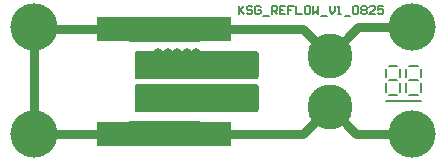
<source format=gtl>
G04*
G04 #@! TF.GenerationSoftware,Altium Limited,Altium Designer,22.5.1 (42)*
G04*
G04 Layer_Physical_Order=1*
G04 Layer_Color=255*
%FSLAX44Y44*%
%MOMM*%
G71*
G04*
G04 #@! TF.SameCoordinates,57A0546F-C19F-4D55-9909-ACA7FCB6A21B*
G04*
G04*
G04 #@! TF.FilePolarity,Positive*
G04*
G01*
G75*
%ADD11C,0.2000*%
%ADD15R,1.3000X0.8000*%
%ADD16R,3.0000X2.1000*%
%ADD20C,0.8000*%
%ADD21C,3.8000*%
%ADD22C,4.0000*%
%ADD23C,0.8000*%
G36*
X-20000Y32750D02*
X-80000D01*
Y53750D01*
X-20000D01*
Y32750D01*
D02*
G37*
G36*
X28699Y24543D02*
X29543Y23699D01*
X30000Y22597D01*
Y22000D01*
Y4000D01*
Y3403D01*
X29543Y2301D01*
X28699Y1457D01*
X27597Y1000D01*
X-72597D01*
X-73699Y1457D01*
X-74543Y2301D01*
X-75000Y3403D01*
Y4000D01*
Y20000D01*
Y22000D01*
Y22597D01*
X-74543Y23699D01*
X-73699Y24543D01*
X-72597Y25000D01*
X27597D01*
X28699Y24543D01*
D02*
G37*
G36*
Y-3457D02*
X29543Y-4301D01*
X30000Y-5403D01*
Y-6000D01*
Y-24000D01*
Y-24597D01*
X29543Y-25699D01*
X28699Y-26543D01*
X27597Y-27000D01*
X-72597D01*
X-73699Y-26543D01*
X-74543Y-25699D01*
X-75000Y-24597D01*
Y-24000D01*
Y-8000D01*
Y-6000D01*
Y-5403D01*
X-74543Y-4301D01*
X-73699Y-3457D01*
X-72597Y-3000D01*
X27597D01*
X28699Y-3457D01*
D02*
G37*
G36*
X-20000Y-55750D02*
X-80000D01*
Y-34750D01*
X-20000D01*
Y-55750D01*
D02*
G37*
D11*
X137500Y-17500D02*
X167500D01*
X140000Y-12500D02*
X147500D01*
X150000Y-10000D02*
Y-2500D01*
X137500Y-10000D02*
Y-2500D01*
X157500Y12500D02*
X165000D01*
X155000Y2500D02*
Y10000D01*
X140000Y-0D02*
X147500D01*
X150000Y2500D02*
Y10000D01*
X155000Y-10000D02*
Y-2500D01*
X137500Y2500D02*
Y10000D01*
X140000Y12500D02*
X147500D01*
X157500Y-12500D02*
X165000D01*
X167500Y2500D02*
Y10000D01*
Y-10000D02*
Y-2500D01*
X157500Y-0D02*
X165000D01*
X13000Y62998D02*
Y56000D01*
Y58333D01*
X17665Y62998D01*
X14166Y59499D01*
X17665Y56000D01*
X24663Y61831D02*
X23497Y62998D01*
X21164D01*
X19998Y61831D01*
Y60665D01*
X21164Y59499D01*
X23497D01*
X24663Y58333D01*
Y57166D01*
X23497Y56000D01*
X21164D01*
X19998Y57166D01*
X31661Y61831D02*
X30494Y62998D01*
X28162D01*
X26995Y61831D01*
Y57166D01*
X28162Y56000D01*
X30494D01*
X31661Y57166D01*
Y59499D01*
X29328D01*
X33993Y54834D02*
X38658D01*
X40991Y56000D02*
Y62998D01*
X44490D01*
X45656Y61831D01*
Y59499D01*
X44490Y58333D01*
X40991D01*
X43324D02*
X45656Y56000D01*
X52654Y62998D02*
X47989D01*
Y56000D01*
X52654D01*
X47989Y59499D02*
X50321D01*
X59652Y62998D02*
X54987D01*
Y59499D01*
X57319D01*
X54987D01*
Y56000D01*
X61984Y62998D02*
Y56000D01*
X66649D01*
X72481Y62998D02*
X70148D01*
X68982Y61831D01*
Y57166D01*
X70148Y56000D01*
X72481D01*
X73647Y57166D01*
Y61831D01*
X72481Y62998D01*
X75980D02*
Y56000D01*
X78312Y58333D01*
X80645Y56000D01*
Y62998D01*
X82978Y54834D02*
X87643D01*
X89975Y62998D02*
Y58333D01*
X92308Y56000D01*
X94640Y58333D01*
Y62998D01*
X96973Y56000D02*
X99306D01*
X98139D01*
Y62998D01*
X96973Y61831D01*
X102804Y54834D02*
X107470D01*
X109802Y61831D02*
X110969Y62998D01*
X113301D01*
X114467Y61831D01*
Y57166D01*
X113301Y56000D01*
X110969D01*
X109802Y57166D01*
Y61831D01*
X116800D02*
X117966Y62998D01*
X120299D01*
X121465Y61831D01*
Y60665D01*
X120299Y59499D01*
X121465Y58333D01*
Y57166D01*
X120299Y56000D01*
X117966D01*
X116800Y57166D01*
Y58333D01*
X117966Y59499D01*
X116800Y60665D01*
Y61831D01*
X117966Y59499D02*
X120299D01*
X128463Y56000D02*
X123798D01*
X128463Y60665D01*
Y61831D01*
X127297Y62998D01*
X124964D01*
X123798Y61831D01*
X135461Y62998D02*
X130795D01*
Y59499D01*
X133128Y60665D01*
X134294D01*
X135461Y59499D01*
Y57166D01*
X134294Y56000D01*
X131962D01*
X130795Y57166D01*
D15*
X20000Y17750D02*
D03*
Y5250D02*
D03*
Y-7250D02*
D03*
Y-19750D02*
D03*
X-65000D02*
D03*
Y5250D02*
D03*
Y17750D02*
D03*
Y-7250D02*
D03*
D16*
X-7500Y-45250D02*
D03*
Y43250D02*
D03*
X-92500D02*
D03*
Y-45250D02*
D03*
D20*
X112500Y-45000D02*
X160000D01*
X90000Y-22500D02*
X112500Y-45000D01*
X114000Y45000D02*
X160000D01*
X90000Y21000D02*
X114000Y45000D01*
X-7500Y43250D02*
X67750D01*
X90000Y21000D01*
X-7500Y-45250D02*
X67250D01*
X90000Y-22500D01*
X-160000Y-45000D02*
X-159750Y-45250D01*
X-92500D01*
X-160000Y-45000D02*
Y45000D01*
X-158250Y43250D01*
X-92500D01*
D21*
X90000Y-22500D02*
D03*
Y21000D02*
D03*
D22*
X160000Y-45000D02*
D03*
Y45000D02*
D03*
X-160000D02*
D03*
Y-45000D02*
D03*
D23*
X-23000Y15000D02*
D03*
X-39000D02*
D03*
X-39000Y23250D02*
D03*
X-31000Y15000D02*
D03*
X-55000D02*
D03*
X-31000Y23250D02*
D03*
X-47000Y15000D02*
D03*
X-55000Y23250D02*
D03*
X-47000D02*
D03*
X-23000D02*
D03*
X-23000Y-22000D02*
D03*
X-31000D02*
D03*
X-39000D02*
D03*
X-47000D02*
D03*
X-55000D02*
D03*
Y-14000D02*
D03*
X-47000D02*
D03*
X-39000D02*
D03*
X-31000D02*
D03*
X-23000D02*
D03*
M02*

</source>
